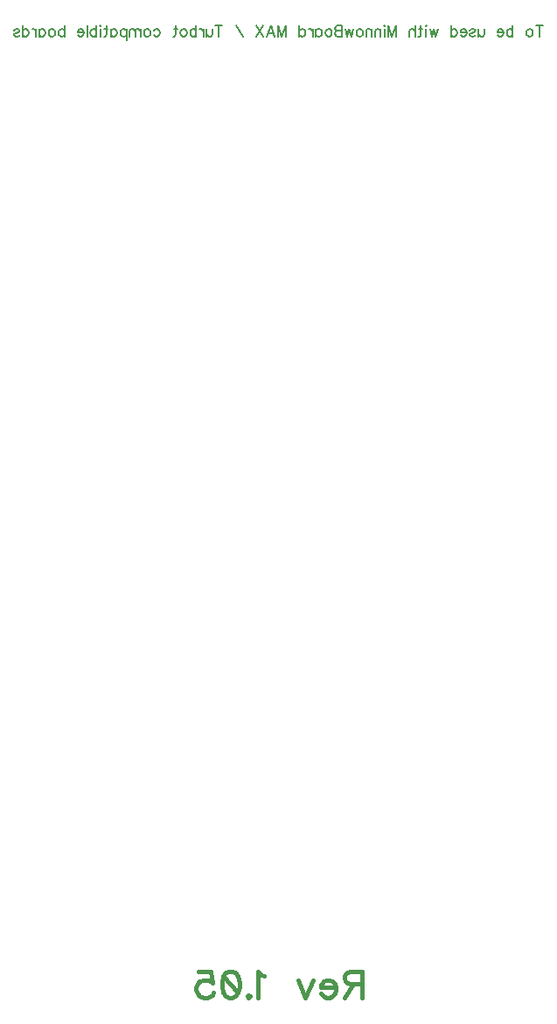
<source format=gbr>
G04 DipTrace 3.0.0.1*
G04 BottomSilk.gbr*
%MOIN*%
G04 #@! TF.FileFunction,Legend,Bot*
G04 #@! TF.Part,Single*
%ADD69C,0.006176*%
%ADD70C,0.015439*%
%FSLAX26Y26*%
G04*
G70*
G90*
G75*
G01*
G04 BotSilk*
%LPD*%
X2172197Y561240D2*
D70*
X2129197D1*
X2114827Y566104D1*
X2109963Y570857D1*
X2105210Y580364D1*
Y589981D1*
X2109963Y599487D1*
X2114827Y604351D1*
X2129197Y609104D1*
X2172197D1*
Y508624D1*
X2138704Y561240D2*
X2105210Y508624D1*
X2074332Y546870D2*
X2016962D1*
Y556487D1*
X2021715Y566104D1*
X2026468Y570857D1*
X2036085Y575610D1*
X2050455D1*
X2059962Y570857D1*
X2069579Y561240D1*
X2074332Y546870D1*
Y537364D1*
X2069579Y522994D1*
X2059962Y513488D1*
X2050455Y508624D1*
X2036085D1*
X2026468Y513488D1*
X2016962Y522994D1*
X1986084Y575610D2*
X1957343Y508624D1*
X1928714Y575610D1*
X1800633Y589870D2*
X1791016Y594734D1*
X1776646Y608993D1*
Y508624D1*
X1741015Y518241D2*
X1745768Y513377D1*
X1741015Y508624D1*
X1736151Y513377D1*
X1741015Y518241D1*
X1676532Y608993D2*
X1690902Y604240D1*
X1700519Y589870D1*
X1705272Y565994D1*
Y551624D1*
X1700519Y527747D1*
X1690902Y513377D1*
X1676532Y508624D1*
X1667026D1*
X1652656Y513377D1*
X1643150Y527747D1*
X1638286Y551624D1*
Y565994D1*
X1643150Y589870D1*
X1652656Y604240D1*
X1667026Y608993D1*
X1676532D1*
X1643150Y589870D2*
X1700519Y527747D1*
X1550038Y608993D2*
X1597790D1*
X1602544Y565994D1*
X1597790Y570747D1*
X1583420Y575610D1*
X1569161D1*
X1554791Y570747D1*
X1545174Y561240D1*
X1540421Y546870D1*
Y537364D1*
X1545174Y522994D1*
X1554791Y513377D1*
X1569161Y508624D1*
X1583420D1*
X1597790Y513377D1*
X1602544Y518241D1*
X1607407Y527747D1*
X2849809Y4213074D2*
D69*
Y4172882D1*
X2863206Y4213074D2*
X2836411D1*
X2814509Y4199676D2*
X2818312Y4197775D1*
X2822159Y4193928D1*
X2824060Y4188180D1*
Y4184378D1*
X2822159Y4178630D1*
X2818312Y4174827D1*
X2814509Y4172882D1*
X2808761D1*
X2804915Y4174827D1*
X2801112Y4178630D1*
X2799167Y4184378D1*
Y4188180D1*
X2801112Y4193928D1*
X2804915Y4197775D1*
X2808761Y4199676D1*
X2814509D1*
X2747935Y4213074D2*
Y4172882D1*
Y4193928D2*
X2744088Y4197775D1*
X2740285Y4199676D1*
X2734537D1*
X2730735Y4197775D1*
X2726888Y4193928D1*
X2724987Y4188180D1*
Y4184378D1*
X2726888Y4178630D1*
X2730735Y4174827D1*
X2734537Y4172882D1*
X2740285D1*
X2744088Y4174827D1*
X2747935Y4178630D1*
X2712635Y4188180D2*
X2689687D1*
Y4192027D1*
X2691589Y4195874D1*
X2693490Y4197775D1*
X2697337Y4199676D1*
X2703085D1*
X2706887Y4197775D1*
X2710734Y4193928D1*
X2712635Y4188180D1*
Y4184378D1*
X2710734Y4178630D1*
X2706887Y4174827D1*
X2703085Y4172882D1*
X2697337D1*
X2693490Y4174827D1*
X2689687Y4178630D1*
X2638455Y4199676D2*
Y4180531D1*
X2636554Y4174827D1*
X2632707Y4172882D1*
X2626959D1*
X2623157Y4174827D1*
X2617408Y4180531D1*
Y4199676D2*
Y4172882D1*
X2584010Y4193928D2*
X2585912Y4197775D1*
X2591660Y4199676D1*
X2597408D1*
X2603156Y4197775D1*
X2605057Y4193928D1*
X2603156Y4190126D1*
X2599309Y4188180D1*
X2589758Y4186279D1*
X2585912Y4184378D1*
X2584010Y4180531D1*
Y4178630D1*
X2585912Y4174827D1*
X2591660Y4172882D1*
X2597408D1*
X2603156Y4174827D1*
X2605057Y4178630D1*
X2571659Y4188180D2*
X2548711D1*
Y4192027D1*
X2550612Y4195874D1*
X2552514Y4197775D1*
X2556360Y4199676D1*
X2562108D1*
X2565911Y4197775D1*
X2569758Y4193928D1*
X2571659Y4188180D1*
Y4184378D1*
X2569758Y4178630D1*
X2565911Y4174827D1*
X2562108Y4172882D1*
X2556360D1*
X2552514Y4174827D1*
X2548711Y4178630D1*
X2513412Y4213074D2*
Y4172882D1*
Y4193928D2*
X2517214Y4197775D1*
X2521061Y4199676D1*
X2526809D1*
X2530612Y4197775D1*
X2534458Y4193928D1*
X2536360Y4188180D1*
Y4184378D1*
X2534458Y4178630D1*
X2530612Y4174827D1*
X2526809Y4172882D1*
X2521061D1*
X2517214Y4174827D1*
X2513412Y4178630D1*
X2462180Y4199676D2*
X2454530Y4172882D1*
X2446881Y4199676D1*
X2439232Y4172882D1*
X2431582Y4199676D1*
X2419231Y4213074D2*
X2417330Y4211172D1*
X2415384Y4213074D1*
X2417330Y4215019D1*
X2419231Y4213074D1*
X2417330Y4199676D2*
Y4172882D1*
X2397285Y4213074D2*
Y4180531D1*
X2395384Y4174827D1*
X2391537Y4172882D1*
X2387734D1*
X2403033Y4199676D2*
X2389636D1*
X2375383Y4213074D2*
Y4172882D1*
Y4192027D2*
X2369635Y4197775D1*
X2365788Y4199676D1*
X2360040D1*
X2356238Y4197775D1*
X2354336Y4192027D1*
Y4172882D1*
X2272507D2*
Y4213074D1*
X2287805Y4172882D1*
X2303104Y4213074D1*
Y4172882D1*
X2260155Y4213074D2*
X2258254Y4211172D1*
X2256309Y4213074D1*
X2258254Y4215019D1*
X2260155Y4213074D1*
X2258254Y4199676D2*
Y4172882D1*
X2243957Y4199676D2*
Y4172882D1*
Y4192027D2*
X2238209Y4197775D1*
X2234363Y4199676D1*
X2228659D1*
X2224812Y4197775D1*
X2222911Y4192027D1*
Y4172882D1*
X2210559Y4199676D2*
Y4172882D1*
Y4192027D2*
X2204811Y4197775D1*
X2200964Y4199676D1*
X2195261D1*
X2191414Y4197775D1*
X2189513Y4192027D1*
Y4172882D1*
X2167611Y4199676D2*
X2171413Y4197775D1*
X2175260Y4193928D1*
X2177161Y4188180D1*
Y4184378D1*
X2175260Y4178630D1*
X2171413Y4174827D1*
X2167611Y4172882D1*
X2161863D1*
X2158016Y4174827D1*
X2154213Y4178630D1*
X2152268Y4184378D1*
Y4188180D1*
X2154213Y4193928D1*
X2158016Y4197775D1*
X2161863Y4199676D1*
X2167611D1*
X2139916D2*
X2132267Y4172882D1*
X2124618Y4199676D1*
X2116969Y4172882D1*
X2109319Y4199676D1*
X2096968Y4213074D2*
Y4172882D1*
X2079724D1*
X2073976Y4174827D1*
X2072074Y4176728D1*
X2070173Y4180531D1*
Y4186279D1*
X2072074Y4190126D1*
X2073976Y4192027D1*
X2079724Y4193928D1*
X2073976Y4195874D1*
X2072074Y4197775D1*
X2070173Y4201578D1*
Y4205424D1*
X2072074Y4209227D1*
X2073976Y4211172D1*
X2079724Y4213074D1*
X2096968D1*
Y4193928D2*
X2079724D1*
X2048271Y4199676D2*
X2052074Y4197775D1*
X2055920Y4193928D1*
X2057822Y4188180D1*
Y4184378D1*
X2055920Y4178630D1*
X2052074Y4174827D1*
X2048271Y4172882D1*
X2042523D1*
X2038676Y4174827D1*
X2034874Y4178630D1*
X2032928Y4184378D1*
Y4188180D1*
X2034874Y4193928D1*
X2038676Y4197775D1*
X2042523Y4199676D1*
X2048271D1*
X1997629D2*
Y4172882D1*
Y4193928D2*
X2001432Y4197775D1*
X2005278Y4199676D1*
X2010982D1*
X2014829Y4197775D1*
X2018631Y4193928D1*
X2020577Y4188180D1*
Y4184378D1*
X2018631Y4178630D1*
X2014829Y4174827D1*
X2010982Y4172882D1*
X2005278D1*
X2001432Y4174827D1*
X1997629Y4178630D1*
X1985278Y4199676D2*
Y4172882D1*
Y4188180D2*
X1983332Y4193928D1*
X1979530Y4197775D1*
X1975683Y4199676D1*
X1969935D1*
X1934636Y4213074D2*
Y4172882D1*
Y4193928D2*
X1938438Y4197775D1*
X1942285Y4199676D1*
X1948033D1*
X1951835Y4197775D1*
X1955682Y4193928D1*
X1957583Y4188180D1*
Y4184378D1*
X1955682Y4178630D1*
X1951835Y4174827D1*
X1948033Y4172882D1*
X1942285D1*
X1938438Y4174827D1*
X1934636Y4178630D1*
X1852806Y4172882D2*
Y4213074D1*
X1868105Y4172882D1*
X1883403Y4213074D1*
Y4172882D1*
X1809813D2*
X1825156Y4213074D1*
X1840455Y4172882D1*
X1834707Y4186279D2*
X1815561D1*
X1797462Y4213074D2*
X1770667Y4172882D1*
Y4213074D2*
X1797462Y4172882D1*
X1719435D2*
X1692640Y4213029D1*
X1628011Y4213074D2*
Y4172882D1*
X1641408Y4213074D2*
X1614614D1*
X1602262Y4199676D2*
Y4180531D1*
X1600361Y4174827D1*
X1596514Y4172882D1*
X1590766D1*
X1586964Y4174827D1*
X1581216Y4180531D1*
Y4199676D2*
Y4172882D1*
X1568864Y4199676D2*
Y4172882D1*
Y4188180D2*
X1566919Y4193928D1*
X1563116Y4197775D1*
X1559269Y4199676D1*
X1553521D1*
X1541170Y4213074D2*
Y4172882D1*
Y4193928D2*
X1537323Y4197775D1*
X1533521Y4199676D1*
X1527773D1*
X1523970Y4197775D1*
X1520123Y4193928D1*
X1518222Y4188180D1*
Y4184378D1*
X1520123Y4178630D1*
X1523970Y4174827D1*
X1527773Y4172882D1*
X1533521D1*
X1537323Y4174827D1*
X1541170Y4178630D1*
X1496320Y4199676D2*
X1500123Y4197775D1*
X1503969Y4193928D1*
X1505871Y4188180D1*
Y4184378D1*
X1503969Y4178630D1*
X1500123Y4174827D1*
X1496320Y4172882D1*
X1490572D1*
X1486725Y4174827D1*
X1482923Y4178630D1*
X1480977Y4184378D1*
Y4188180D1*
X1482923Y4193928D1*
X1486725Y4197775D1*
X1490572Y4199676D1*
X1496320D1*
X1462878Y4213074D2*
Y4180531D1*
X1460977Y4174827D1*
X1457130Y4172882D1*
X1453327D1*
X1468626Y4199676D2*
X1455228D1*
X1379103Y4193928D2*
X1382950Y4197775D1*
X1386796Y4199676D1*
X1392500D1*
X1396347Y4197775D1*
X1400150Y4193928D1*
X1402095Y4188180D1*
Y4184378D1*
X1400150Y4178630D1*
X1396347Y4174827D1*
X1392500Y4172882D1*
X1386796D1*
X1382950Y4174827D1*
X1379103Y4178630D1*
X1357201Y4199676D2*
X1361003Y4197775D1*
X1364850Y4193928D1*
X1366752Y4188180D1*
Y4184378D1*
X1364850Y4178630D1*
X1361003Y4174827D1*
X1357201Y4172882D1*
X1351453D1*
X1347606Y4174827D1*
X1343804Y4178630D1*
X1341858Y4184378D1*
Y4188180D1*
X1343804Y4193928D1*
X1347606Y4197775D1*
X1351453Y4199676D1*
X1357201D1*
X1329507D2*
Y4172882D1*
Y4192027D2*
X1323759Y4197775D1*
X1319912Y4199676D1*
X1314208D1*
X1310361Y4197775D1*
X1308460Y4192027D1*
Y4172882D1*
Y4192027D2*
X1302712Y4197775D1*
X1298865Y4199676D1*
X1293161D1*
X1289315Y4197775D1*
X1287369Y4192027D1*
Y4172882D1*
X1275018Y4199676D2*
Y4159484D1*
Y4193928D2*
X1271171Y4197731D1*
X1267369Y4199676D1*
X1261620D1*
X1257774Y4197731D1*
X1253971Y4193928D1*
X1252026Y4188180D1*
Y4184334D1*
X1253971Y4178630D1*
X1257774Y4174783D1*
X1261620Y4172882D1*
X1267369D1*
X1271171Y4174783D1*
X1275018Y4178630D1*
X1216726Y4199676D2*
Y4172882D1*
Y4193928D2*
X1220529Y4197775D1*
X1224376Y4199676D1*
X1230080D1*
X1233926Y4197775D1*
X1237729Y4193928D1*
X1239674Y4188180D1*
Y4184378D1*
X1237729Y4178630D1*
X1233926Y4174827D1*
X1230080Y4172882D1*
X1224376D1*
X1220529Y4174827D1*
X1216726Y4178630D1*
X1198627Y4213074D2*
Y4180531D1*
X1196726Y4174827D1*
X1192879Y4172882D1*
X1189076D1*
X1204375Y4199676D2*
X1190978D1*
X1176725Y4213074D2*
X1174824Y4211172D1*
X1172878Y4213074D1*
X1174824Y4215019D1*
X1176725Y4213074D1*
X1174824Y4199676D2*
Y4172882D1*
X1160527Y4213074D2*
Y4172882D1*
Y4193928D2*
X1156680Y4197775D1*
X1152878Y4199676D1*
X1147129D1*
X1143327Y4197775D1*
X1139480Y4193928D1*
X1137579Y4188180D1*
Y4184378D1*
X1139480Y4178630D1*
X1143327Y4174827D1*
X1147129Y4172882D1*
X1152878D1*
X1156680Y4174827D1*
X1160527Y4178630D1*
X1125228Y4213074D2*
Y4172882D1*
X1112876Y4188180D2*
X1089928D1*
Y4192027D1*
X1091829Y4195874D1*
X1093731Y4197775D1*
X1097578Y4199676D1*
X1103326D1*
X1107128Y4197775D1*
X1110975Y4193928D1*
X1112876Y4188180D1*
Y4184378D1*
X1110975Y4178630D1*
X1107128Y4174827D1*
X1103326Y4172882D1*
X1097578D1*
X1093731Y4174827D1*
X1089928Y4178630D1*
X1038696Y4213074D2*
Y4172882D1*
Y4193928D2*
X1034849Y4197775D1*
X1031047Y4199676D1*
X1025299D1*
X1021496Y4197775D1*
X1017649Y4193928D1*
X1015748Y4188180D1*
Y4184378D1*
X1017649Y4178630D1*
X1021496Y4174827D1*
X1025299Y4172882D1*
X1031047D1*
X1034849Y4174827D1*
X1038696Y4178630D1*
X993846Y4199676D2*
X997649Y4197775D1*
X1001495Y4193928D1*
X1003397Y4188180D1*
Y4184378D1*
X1001495Y4178630D1*
X997649Y4174827D1*
X993846Y4172882D1*
X988098D1*
X984251Y4174827D1*
X980449Y4178630D1*
X978503Y4184378D1*
Y4188180D1*
X980449Y4193928D1*
X984251Y4197775D1*
X988098Y4199676D1*
X993846D1*
X943204D2*
Y4172882D1*
Y4193928D2*
X947007Y4197775D1*
X950853Y4199676D1*
X956557D1*
X960404Y4197775D1*
X964206Y4193928D1*
X966152Y4188180D1*
Y4184378D1*
X964206Y4178630D1*
X960404Y4174827D1*
X956557Y4172882D1*
X950853D1*
X947007Y4174827D1*
X943204Y4178630D1*
X930853Y4199676D2*
Y4172882D1*
Y4188180D2*
X928907Y4193928D1*
X925105Y4197775D1*
X921258Y4199676D1*
X915510D1*
X880211Y4213074D2*
Y4172882D1*
Y4193928D2*
X884013Y4197775D1*
X887860Y4199676D1*
X893608D1*
X897410Y4197775D1*
X901257Y4193928D1*
X903158Y4188180D1*
Y4184378D1*
X901257Y4178630D1*
X897410Y4174827D1*
X893608Y4172882D1*
X887860D1*
X884013Y4174827D1*
X880211Y4178630D1*
X846812Y4193928D2*
X848714Y4197775D1*
X854462Y4199676D1*
X860210D1*
X865958Y4197775D1*
X867859Y4193928D1*
X865958Y4190126D1*
X862111Y4188180D1*
X852561Y4186279D1*
X848714Y4184378D1*
X846812Y4180531D1*
Y4178630D1*
X848714Y4174827D1*
X854462Y4172882D1*
X860210D1*
X865958Y4174827D1*
X867859Y4178630D1*
M02*

</source>
